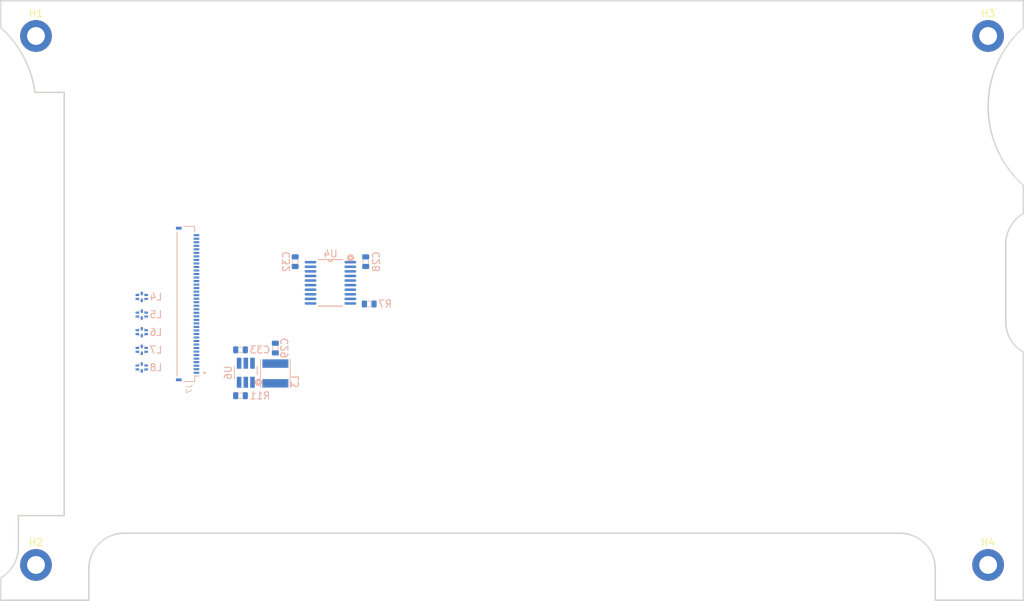
<source format=kicad_pcb>
(kicad_pcb (version 20171130) (host pcbnew "(5.1.9)-1")

  (general
    (thickness 1.6)
    (drawings 23)
    (tracks 0)
    (zones 0)
    (modules 19)
    (nets 60)
  )

  (page A4)
  (layers
    (0 F.Cu signal)
    (31 B.Cu signal)
    (32 B.Adhes user)
    (33 F.Adhes user)
    (34 B.Paste user)
    (35 F.Paste user)
    (36 B.SilkS user)
    (37 F.SilkS user)
    (38 B.Mask user)
    (39 F.Mask user)
    (40 Dwgs.User user)
    (41 Cmts.User user)
    (42 Eco1.User user)
    (43 Eco2.User user)
    (44 Edge.Cuts user)
    (45 Margin user)
    (46 B.CrtYd user)
    (47 F.CrtYd user)
    (48 B.Fab user hide)
    (49 F.Fab user hide)
  )

  (setup
    (last_trace_width 0.25)
    (trace_clearance 0.2)
    (zone_clearance 0.508)
    (zone_45_only no)
    (trace_min 0.2)
    (via_size 0.8)
    (via_drill 0.4)
    (via_min_size 0.4)
    (via_min_drill 0.3)
    (uvia_size 0.3)
    (uvia_drill 0.1)
    (uvias_allowed no)
    (uvia_min_size 0.2)
    (uvia_min_drill 0.1)
    (edge_width 0.05)
    (segment_width 0.2)
    (pcb_text_width 0.3)
    (pcb_text_size 1.5 1.5)
    (mod_edge_width 0.12)
    (mod_text_size 1 1)
    (mod_text_width 0.15)
    (pad_size 1.524 1.524)
    (pad_drill 0.762)
    (pad_to_mask_clearance 0)
    (aux_axis_origin 0 0)
    (visible_elements FFFFFF7F)
    (pcbplotparams
      (layerselection 0x010fc_ffffffff)
      (usegerberextensions false)
      (usegerberattributes true)
      (usegerberadvancedattributes true)
      (creategerberjobfile true)
      (excludeedgelayer true)
      (linewidth 0.100000)
      (plotframeref false)
      (viasonmask false)
      (mode 1)
      (useauxorigin false)
      (hpglpennumber 1)
      (hpglpenspeed 20)
      (hpglpendiameter 15.000000)
      (psnegative false)
      (psa4output false)
      (plotreference true)
      (plotvalue true)
      (plotinvisibletext false)
      (padsonsilk false)
      (subtractmaskfromsilk false)
      (outputformat 1)
      (mirror false)
      (drillshape 1)
      (scaleselection 1)
      (outputdirectory ""))
  )

  (net 0 "")
  (net 1 GND)
  (net 2 VDD_1V8)
  (net 3 VDD_3V3)
  (net 4 /VLED+)
  (net 5 "Net-(H1-Pad1)")
  (net 6 "Net-(H2-Pad1)")
  (net 7 "Net-(H3-Pad1)")
  (net 8 "Net-(H4-Pad1)")
  (net 9 /TS_RESET)
  (net 10 /TS_INT)
  (net 11 "Net-(J7-Pad40)")
  (net 12 "Net-(J7-Pad39)")
  (net 13 "Net-(J7-Pad38)")
  (net 14 "Net-(J7-Pad37)")
  (net 15 "Net-(J7-Pad36)")
  (net 16 "Net-(J7-Pad35)")
  (net 17 "Net-(J7-Pad34)")
  (net 18 "Net-(J7-Pad33)")
  (net 19 "Net-(J7-Pad32)")
  (net 20 "Net-(J7-Pad29)")
  (net 21 "Net-(J7-Pad28)")
  (net 22 /LCD_RESET)
  (net 23 /LCD_TE)
  (net 24 "Net-(J7-Pad25)")
  (net 25 /DISP1_D3_P)
  (net 26 /DISP1_D3_N)
  (net 27 /DISP1_D2_P)
  (net 28 /DISP1_D2_N)
  (net 29 /DISP1_CK_P)
  (net 30 /DISP1_CK_N)
  (net 31 /DISP1_D1_P)
  (net 32 /DISP1_D1_N)
  (net 33 /DISP1_D0_P)
  (net 34 /DISP1_D0_N)
  (net 35 /VLED-)
  (net 36 "Net-(L3-Pad2)")
  (net 37 /DISP_D3_P)
  (net 38 /DISP_D3_N)
  (net 39 /DISP_D2_P)
  (net 40 /DISP_D2_N)
  (net 41 /DISP_CK_P)
  (net 42 /DISP_CK_N)
  (net 43 /DISP_D1_P)
  (net 44 /DISP_D1_N)
  (net 45 /DISP_D0_P)
  (net 46 /DISP_D0_N)
  (net 47 "Net-(R7-Pad2)")
  (net 48 /DRDY_M)
  (net 49 /BL_PWM)
  (net 50 GPIO1[12])
  (net 51 GPIO1[13])
  (net 52 GPIO1[14])
  (net 53 GPIO1[0])
  (net 54 GPIO1[1])
  (net 55 GPIO1[9])
  (net 56 GPIO1[10])
  (net 57 GPIO1[11])
  (net 58 "Net-(U4-Pad14)")
  (net 59 "Net-(U4-Pad12)")

  (net_class Default "This is the default net class."
    (clearance 0.2)
    (trace_width 0.25)
    (via_dia 0.8)
    (via_drill 0.4)
    (uvia_dia 0.3)
    (uvia_drill 0.1)
    (add_net /BL_PWM)
    (add_net /DISP1_CK_N)
    (add_net /DISP1_CK_P)
    (add_net /DISP1_D0_N)
    (add_net /DISP1_D0_P)
    (add_net /DISP1_D1_N)
    (add_net /DISP1_D1_P)
    (add_net /DISP1_D2_N)
    (add_net /DISP1_D2_P)
    (add_net /DISP1_D3_N)
    (add_net /DISP1_D3_P)
    (add_net /DISP_CK_N)
    (add_net /DISP_CK_P)
    (add_net /DISP_D0_N)
    (add_net /DISP_D0_P)
    (add_net /DISP_D1_N)
    (add_net /DISP_D1_P)
    (add_net /DISP_D2_N)
    (add_net /DISP_D2_P)
    (add_net /DISP_D3_N)
    (add_net /DISP_D3_P)
    (add_net /DRDY_M)
    (add_net /LCD_RESET)
    (add_net /LCD_TE)
    (add_net /TS_INT)
    (add_net /TS_RESET)
    (add_net /VLED+)
    (add_net /VLED-)
    (add_net GND)
    (add_net GPIO1[0])
    (add_net GPIO1[10])
    (add_net GPIO1[11])
    (add_net GPIO1[12])
    (add_net GPIO1[13])
    (add_net GPIO1[14])
    (add_net GPIO1[1])
    (add_net GPIO1[9])
    (add_net "Net-(H1-Pad1)")
    (add_net "Net-(H2-Pad1)")
    (add_net "Net-(H3-Pad1)")
    (add_net "Net-(H4-Pad1)")
    (add_net "Net-(J7-Pad25)")
    (add_net "Net-(J7-Pad28)")
    (add_net "Net-(J7-Pad29)")
    (add_net "Net-(J7-Pad32)")
    (add_net "Net-(J7-Pad33)")
    (add_net "Net-(J7-Pad34)")
    (add_net "Net-(J7-Pad35)")
    (add_net "Net-(J7-Pad36)")
    (add_net "Net-(J7-Pad37)")
    (add_net "Net-(J7-Pad38)")
    (add_net "Net-(J7-Pad39)")
    (add_net "Net-(J7-Pad40)")
    (add_net "Net-(L3-Pad2)")
    (add_net "Net-(R7-Pad2)")
    (add_net "Net-(U4-Pad12)")
    (add_net "Net-(U4-Pad14)")
    (add_net VDD_1V8)
    (add_net VDD_3V3)
  )

  (module kimchi_ulid:L_Taiyo-Yuden_MD-4040 (layer B.Cu) (tedit 5990349C) (tstamp 60361E95)
    (at 138.945001 117.850001 270)
    (descr "Inductor, Taiyo Yuden, MD series, Taiyo-Yuden_MD-4040, 4.0mmx4.0mm")
    (tags "inductor taiyo-yuden md smd")
    (path /60357B9B)
    (attr smd)
    (fp_text reference L3 (at 1.149999 -2.804999 90) (layer B.SilkS)
      (effects (font (size 1 1) (thickness 0.15)) (justify mirror))
    )
    (fp_text value TYA4012220M-10 (at 0 -3.5 90) (layer B.Fab)
      (effects (font (size 1 1) (thickness 0.15)) (justify mirror))
    )
    (fp_text user %R (at 0 0 90) (layer B.Fab)
      (effects (font (size 1 1) (thickness 0.15)) (justify mirror))
    )
    (fp_line (start -2 2) (end -2 -2) (layer B.Fab) (width 0.1))
    (fp_line (start -2 -2) (end 2 -2) (layer B.Fab) (width 0.1))
    (fp_line (start 2 -2) (end 2 2) (layer B.Fab) (width 0.1))
    (fp_line (start 2 2) (end -2 2) (layer B.Fab) (width 0.1))
    (fp_line (start -2 2.1) (end 2 2.1) (layer B.SilkS) (width 0.12))
    (fp_line (start -2 -2.1) (end 2 -2.1) (layer B.SilkS) (width 0.12))
    (fp_line (start -2.25 2.25) (end -2.25 -2.25) (layer B.CrtYd) (width 0.05))
    (fp_line (start -2.25 -2.25) (end 2.25 -2.25) (layer B.CrtYd) (width 0.05))
    (fp_line (start 2.25 -2.25) (end 2.25 2.25) (layer B.CrtYd) (width 0.05))
    (fp_line (start 2.25 2.25) (end -2.25 2.25) (layer B.CrtYd) (width 0.05))
    (pad 2 smd rect (at 1.4 0 270) (size 1.2 3.7) (layers B.Cu B.Paste B.Mask)
      (net 36 "Net-(L3-Pad2)"))
    (pad 1 smd rect (at -1.4 0 270) (size 1.2 3.7) (layers B.Cu B.Paste B.Mask)
      (net 3 VDD_3V3))
    (model ${KISYS3DMOD}/Inductor_SMD.3dshapes/L_Taiyo-Yuden_MD-4040.wrl
      (at (xyz 0 0 0))
      (scale (xyz 1 1 1))
      (rotate (xyz 0 0 0))
    )
  )

  (module kimchi_ulid:SOT-23-6_Handsoldering (layer B.Cu) (tedit 5E83F218) (tstamp 60361F94)
    (at 134.75 117.75 90)
    (descr "6-pin SOT-23 package, Handsoldering")
    (tags "SOT-23-6 Handsoldering")
    (path /5FD73956)
    (attr smd)
    (fp_text reference U6 (at 0 -2.5 90) (layer B.SilkS)
      (effects (font (size 1 1) (thickness 0.15)) (justify mirror))
    )
    (fp_text value AP3019AKTR-G1 (at 0 -2.9 90) (layer B.Fab)
      (effects (font (size 1 1) (thickness 0.15)) (justify mirror))
    )
    (fp_text user %R (at 0 0 180) (layer B.Fab)
      (effects (font (size 0.5 0.5) (thickness 0.075)) (justify mirror))
    )
    (fp_line (start 0.9 1.55) (end 0.9 -1.55) (layer B.Fab) (width 0.1))
    (fp_line (start 0.9 -1.55) (end -0.9 -1.55) (layer B.Fab) (width 0.1))
    (fp_line (start -0.9 0.9) (end -0.9 -1.55) (layer B.Fab) (width 0.1))
    (fp_line (start 0.9 1.55) (end -0.25 1.55) (layer B.Fab) (width 0.1))
    (fp_line (start -0.9 0.9) (end -0.25 1.55) (layer B.Fab) (width 0.1))
    (fp_line (start -2.4 1.8) (end 2.4 1.8) (layer B.CrtYd) (width 0.05))
    (fp_line (start 2.4 1.8) (end 2.4 -1.8) (layer B.CrtYd) (width 0.05))
    (fp_line (start 2.4 -1.8) (end -2.4 -1.8) (layer B.CrtYd) (width 0.05))
    (fp_line (start -2.4 -1.8) (end -2.4 1.8) (layer B.CrtYd) (width 0.05))
    (fp_line (start 0.9 1.61) (end -0.3 1.61) (layer B.SilkS) (width 0.12))
    (fp_line (start -0.9 -1.61) (end 0.9 -1.61) (layer B.SilkS) (width 0.12))
    (fp_circle (center -1.35 1.8) (end -1.2 1.85) (layer B.SilkS) (width 0.35))
    (pad 1 smd rect (at -1.35 0.95 90) (size 1.56 0.65) (layers B.Cu B.Paste B.Mask)
      (net 36 "Net-(L3-Pad2)"))
    (pad 2 smd rect (at -1.35 0 90) (size 1.56 0.65) (layers B.Cu B.Paste B.Mask)
      (net 1 GND))
    (pad 3 smd rect (at -1.35 -0.95 90) (size 1.56 0.65) (layers B.Cu B.Paste B.Mask)
      (net 35 /VLED-))
    (pad 4 smd rect (at 1.35 -0.95 90) (size 1.56 0.65) (layers B.Cu B.Paste B.Mask)
      (net 49 /BL_PWM))
    (pad 6 smd rect (at 1.35 0.95 90) (size 1.56 0.65) (layers B.Cu B.Paste B.Mask)
      (net 3 VDD_3V3))
    (pad 5 smd rect (at 1.35 0 90) (size 1.56 0.65) (layers B.Cu B.Paste B.Mask)
      (net 4 /VLED+))
    (model ${KISYS3DMOD}/TO_SOT_Packages_SMD.3dshapes/SOT-23-6.wrl
      (at (xyz 0 0 0))
      (scale (xyz 1 1 1))
      (rotate (xyz 0 0 0))
    )
  )

  (module kimchi_ulid:M2.5HOLE locked (layer F.Cu) (tedit 6035C4E7) (tstamp 6035C819)
    (at 105 145)
    (path /6036D6EC)
    (fp_text reference H2 (at 0 -3.2) (layer F.SilkS)
      (effects (font (size 1 1) (thickness 0.15)))
    )
    (fp_text value M2.5HOLE (at 0 3.3) (layer F.Fab)
      (effects (font (size 1 1) (thickness 0.15)))
    )
    (pad 1 thru_hole circle (at 0 0) (size 4.5 4.5) (drill 2.525) (layers *.Cu *.Mask)
      (net 6 "Net-(H2-Pad1)"))
  )

  (module kimchi_ulid:M2.5HOLE (layer F.Cu) (tedit 6035C4E7) (tstamp 6035C823)
    (at 240 145)
    (path /6036DD39)
    (fp_text reference H4 (at 0 -3.2) (layer F.SilkS)
      (effects (font (size 1 1) (thickness 0.15)))
    )
    (fp_text value M2.5HOLE (at 0 3.3) (layer F.Fab)
      (effects (font (size 1 1) (thickness 0.15)))
    )
    (pad 1 thru_hole circle (at 0 0) (size 4.5 4.5) (drill 2.525) (layers *.Cu *.Mask)
      (net 8 "Net-(H4-Pad1)"))
  )

  (module kimchi_ulid:M2.5HOLE locked (layer F.Cu) (tedit 6035C4E7) (tstamp 6035C81E)
    (at 240 70)
    (path /6036E7B3)
    (fp_text reference H3 (at 0 -3.2) (layer F.SilkS)
      (effects (font (size 1 1) (thickness 0.15)))
    )
    (fp_text value M2.5HOLE (at 0 3.3) (layer F.Fab)
      (effects (font (size 1 1) (thickness 0.15)))
    )
    (pad 1 thru_hole circle (at 0 0) (size 4.5 4.5) (drill 2.525) (layers *.Cu *.Mask)
      (net 7 "Net-(H3-Pad1)"))
  )

  (module kimchi_ulid:M2.5HOLE locked (layer F.Cu) (tedit 6035C4E7) (tstamp 6035C814)
    (at 105 70)
    (path /6036C789)
    (fp_text reference H1 (at 0 -3.2) (layer F.SilkS)
      (effects (font (size 1 1) (thickness 0.15)))
    )
    (fp_text value M2.5HOLE (at 0 3.3) (layer F.Fab)
      (effects (font (size 1 1) (thickness 0.15)))
    )
    (pad 1 thru_hole circle (at 0 0) (size 4.5 4.5) (drill 2.525) (layers *.Cu *.Mask)
      (net 5 "Net-(H1-Pad1)"))
  )

  (module kimchi_ulid:TXS0108EPWR (layer B.Cu) (tedit 60134E32) (tstamp 6035CA5C)
    (at 146.75 105 180)
    (path /5FE2117E)
    (fp_text reference U4 (at 0 4.1) (layer B.SilkS)
      (effects (font (size 1 1) (thickness 0.15)) (justify mirror))
    )
    (fp_text value TXS0108EPW (at 0.05 -4.45) (layer B.Fab)
      (effects (font (size 1 1) (thickness 0.15)) (justify mirror))
    )
    (fp_arc (start 0 3.302) (end 0.3048 3.302) (angle -180) (layer B.Fab) (width 0.1524))
    (fp_arc (start 0 3.302) (end 0.3048 3.302) (angle -180) (layer B.SilkS) (width 0.1524))
    (fp_text user "Copyright 2016 Accelerated Designs. All rights reserved." (at 0 0) (layer Cmts.User)
      (effects (font (size 0.127 0.127) (thickness 0.002)))
    )
    (fp_line (start 3.9116 -3.556) (end -3.9116 -3.556) (layer B.CrtYd) (width 0.1524))
    (fp_line (start 3.9116 3.556) (end 3.9116 -3.556) (layer B.CrtYd) (width 0.1524))
    (fp_line (start -3.9116 3.556) (end 3.9116 3.556) (layer B.CrtYd) (width 0.1524))
    (fp_line (start -3.9116 -3.556) (end -3.9116 3.556) (layer B.CrtYd) (width 0.1524))
    (fp_line (start -2.2479 3.302) (end -2.2479 -3.302) (layer B.Fab) (width 0.1524))
    (fp_line (start 2.2479 3.302) (end -2.2479 3.302) (layer B.Fab) (width 0.1524))
    (fp_line (start 2.2479 -3.302) (end 2.2479 3.302) (layer B.Fab) (width 0.1524))
    (fp_line (start -2.2479 -3.302) (end 2.2479 -3.302) (layer B.Fab) (width 0.1524))
    (fp_line (start 1.714677 3.302) (end -1.714675 3.302) (layer B.SilkS) (width 0.1524))
    (fp_line (start -1.714677 -3.302) (end 1.714675 -3.302) (layer B.SilkS) (width 0.1524))
    (fp_line (start 3.302 3.077399) (end 2.2479 3.077399) (layer B.Fab) (width 0.1524))
    (fp_line (start 3.302 2.772599) (end 3.302 3.077399) (layer B.Fab) (width 0.1524))
    (fp_line (start 2.2479 2.772599) (end 3.302 2.772599) (layer B.Fab) (width 0.1524))
    (fp_line (start 2.2479 3.077399) (end 2.2479 2.772599) (layer B.Fab) (width 0.1524))
    (fp_line (start 3.302 2.427399) (end 2.2479 2.427399) (layer B.Fab) (width 0.1524))
    (fp_line (start 3.302 2.122599) (end 3.302 2.427399) (layer B.Fab) (width 0.1524))
    (fp_line (start 2.2479 2.122599) (end 3.302 2.122599) (layer B.Fab) (width 0.1524))
    (fp_line (start 2.2479 2.427399) (end 2.2479 2.122599) (layer B.Fab) (width 0.1524))
    (fp_line (start 3.302 1.777399) (end 2.2479 1.777399) (layer B.Fab) (width 0.1524))
    (fp_line (start 3.302 1.472599) (end 3.302 1.777399) (layer B.Fab) (width 0.1524))
    (fp_line (start 2.2479 1.472599) (end 3.302 1.472599) (layer B.Fab) (width 0.1524))
    (fp_line (start 2.2479 1.777399) (end 2.2479 1.472599) (layer B.Fab) (width 0.1524))
    (fp_line (start 3.302 1.127399) (end 2.2479 1.127399) (layer B.Fab) (width 0.1524))
    (fp_line (start 3.302 0.822599) (end 3.302 1.127399) (layer B.Fab) (width 0.1524))
    (fp_line (start 2.2479 0.822599) (end 3.302 0.822599) (layer B.Fab) (width 0.1524))
    (fp_line (start 2.2479 1.127399) (end 2.2479 0.822599) (layer B.Fab) (width 0.1524))
    (fp_line (start 3.302 0.477399) (end 2.2479 0.477399) (layer B.Fab) (width 0.1524))
    (fp_line (start 3.302 0.172599) (end 3.302 0.477399) (layer B.Fab) (width 0.1524))
    (fp_line (start 2.2479 0.172599) (end 3.302 0.172599) (layer B.Fab) (width 0.1524))
    (fp_line (start 2.2479 0.477399) (end 2.2479 0.172599) (layer B.Fab) (width 0.1524))
    (fp_line (start 3.302 -0.172601) (end 2.2479 -0.172601) (layer B.Fab) (width 0.1524))
    (fp_line (start 3.302 -0.477401) (end 3.302 -0.172601) (layer B.Fab) (width 0.1524))
    (fp_line (start 2.2479 -0.477401) (end 3.302 -0.477401) (layer B.Fab) (width 0.1524))
    (fp_line (start 2.2479 -0.172601) (end 2.2479 -0.477401) (layer B.Fab) (width 0.1524))
    (fp_line (start 3.302 -0.822601) (end 2.2479 -0.822601) (layer B.Fab) (width 0.1524))
    (fp_line (start 3.302 -1.127401) (end 3.302 -0.822601) (layer B.Fab) (width 0.1524))
    (fp_line (start 2.2479 -1.127401) (end 3.302 -1.127401) (layer B.Fab) (width 0.1524))
    (fp_line (start 2.2479 -0.822601) (end 2.2479 -1.127401) (layer B.Fab) (width 0.1524))
    (fp_line (start 3.302 -1.472601) (end 2.2479 -1.472601) (layer B.Fab) (width 0.1524))
    (fp_line (start 3.302 -1.777401) (end 3.302 -1.472601) (layer B.Fab) (width 0.1524))
    (fp_line (start 2.2479 -1.777401) (end 3.302 -1.777401) (layer B.Fab) (width 0.1524))
    (fp_line (start 2.2479 -1.472601) (end 2.2479 -1.777401) (layer B.Fab) (width 0.1524))
    (fp_line (start 3.302 -2.122601) (end 2.2479 -2.122601) (layer B.Fab) (width 0.1524))
    (fp_line (start 3.302 -2.427401) (end 3.302 -2.122601) (layer B.Fab) (width 0.1524))
    (fp_line (start 2.2479 -2.427401) (end 3.302 -2.427401) (layer B.Fab) (width 0.1524))
    (fp_line (start 2.2479 -2.122601) (end 2.2479 -2.427401) (layer B.Fab) (width 0.1524))
    (fp_line (start 3.302 -2.772601) (end 2.2479 -2.772601) (layer B.Fab) (width 0.1524))
    (fp_line (start 3.302 -3.077401) (end 3.302 -2.772601) (layer B.Fab) (width 0.1524))
    (fp_line (start 2.2479 -3.077401) (end 3.302 -3.077401) (layer B.Fab) (width 0.1524))
    (fp_line (start 2.2479 -2.772601) (end 2.2479 -3.077401) (layer B.Fab) (width 0.1524))
    (fp_line (start -3.302 -3.077399) (end -2.2479 -3.077399) (layer B.Fab) (width 0.1524))
    (fp_line (start -3.302 -2.772599) (end -3.302 -3.077399) (layer B.Fab) (width 0.1524))
    (fp_line (start -2.2479 -2.772599) (end -3.302 -2.772599) (layer B.Fab) (width 0.1524))
    (fp_line (start -2.2479 -3.077399) (end -2.2479 -2.772599) (layer B.Fab) (width 0.1524))
    (fp_line (start -3.302 -2.427399) (end -2.2479 -2.427399) (layer B.Fab) (width 0.1524))
    (fp_line (start -3.302 -2.122599) (end -3.302 -2.427399) (layer B.Fab) (width 0.1524))
    (fp_line (start -2.2479 -2.122599) (end -3.302 -2.122599) (layer B.Fab) (width 0.1524))
    (fp_line (start -2.2479 -2.427399) (end -2.2479 -2.122599) (layer B.Fab) (width 0.1524))
    (fp_line (start -3.302 -1.777399) (end -2.2479 -1.777399) (layer B.Fab) (width 0.1524))
    (fp_line (start -3.302 -1.472599) (end -3.302 -1.777399) (layer B.Fab) (width 0.1524))
    (fp_line (start -2.2479 -1.472599) (end -3.302 -1.472599) (layer B.Fab) (width 0.1524))
    (fp_line (start -2.2479 -1.777399) (end -2.2479 -1.472599) (layer B.Fab) (width 0.1524))
    (fp_line (start -3.302 -1.127399) (end -2.2479 -1.127399) (layer B.Fab) (width 0.1524))
    (fp_line (start -3.302 -0.822599) (end -3.302 -1.127399) (layer B.Fab) (width 0.1524))
    (fp_line (start -2.2479 -0.822599) (end -3.302 -0.822599) (layer B.Fab) (width 0.1524))
    (fp_line (start -2.2479 -1.127399) (end -2.2479 -0.822599) (layer B.Fab) (width 0.1524))
    (fp_line (start -3.302 -0.477399) (end -2.2479 -0.477399) (layer B.Fab) (width 0.1524))
    (fp_line (start -3.302 -0.172599) (end -3.302 -0.477399) (layer B.Fab) (width 0.1524))
    (fp_line (start -2.2479 -0.172599) (end -3.302 -0.172599) (layer B.Fab) (width 0.1524))
    (fp_line (start -2.2479 -0.477399) (end -2.2479 -0.172599) (layer B.Fab) (width 0.1524))
    (fp_line (start -3.302 0.172601) (end -2.2479 0.172601) (layer B.Fab) (width 0.1524))
    (fp_line (start -3.302 0.477401) (end -3.302 0.172601) (layer B.Fab) (width 0.1524))
    (fp_line (start -2.2479 0.477401) (end -3.302 0.477401) (layer B.Fab) (width 0.1524))
    (fp_line (start -2.2479 0.172601) (end -2.2479 0.477401) (layer B.Fab) (width 0.1524))
    (fp_line (start -3.302 0.822601) (end -2.2479 0.822601) (layer B.Fab) (width 0.1524))
    (fp_line (start -3.302 1.127401) (end -3.302 0.822601) (layer B.Fab) (width 0.1524))
    (fp_line (start -2.2479 1.127401) (end -3.302 1.127401) (layer B.Fab) (width 0.1524))
    (fp_line (start -2.2479 0.822601) (end -2.2479 1.127401) (layer B.Fab) (width 0.1524))
    (fp_line (start -3.302 1.472601) (end -2.2479 1.472601) (layer B.Fab) (width 0.1524))
    (fp_line (start -3.302 1.777401) (end -3.302 1.472601) (layer B.Fab) (width 0.1524))
    (fp_line (start -2.2479 1.777401) (end -3.302 1.777401) (layer B.Fab) (width 0.1524))
    (fp_line (start -2.2479 1.472601) (end -2.2479 1.777401) (layer B.Fab) (width 0.1524))
    (fp_line (start -3.302 2.1226) (end -2.2479 2.1226) (layer B.Fab) (width 0.1524))
    (fp_line (start -3.302 2.4274) (end -3.302 2.1226) (layer B.Fab) (width 0.1524))
    (fp_line (start -2.2479 2.4274) (end -3.302 2.4274) (layer B.Fab) (width 0.1524))
    (fp_line (start -2.2479 2.1226) (end -2.2479 2.4274) (layer B.Fab) (width 0.1524))
    (fp_line (start -3.302 2.772601) (end -2.2479 2.772601) (layer B.Fab) (width 0.1524))
    (fp_line (start -3.302 3.077401) (end -3.302 2.772601) (layer B.Fab) (width 0.1524))
    (fp_line (start -2.2479 3.077401) (end -3.302 3.077401) (layer B.Fab) (width 0.1524))
    (fp_line (start -2.2479 2.772601) (end -2.2479 3.077401) (layer B.Fab) (width 0.1524))
    (fp_circle (center -2.85 3.55) (end -2.7 3.55) (layer B.SilkS) (width 0.35))
    (pad 20 smd oval (at 2.8194 2.924998 180) (size 1.6764 0.3556) (layers B.Cu B.Paste B.Mask)
      (net 48 /DRDY_M))
    (pad 19 smd oval (at 2.8194 2.274999 180) (size 1.6764 0.3556) (layers B.Cu B.Paste B.Mask)
      (net 3 VDD_3V3))
    (pad 18 smd oval (at 2.8194 1.624998 180) (size 1.6764 0.3556) (layers B.Cu B.Paste B.Mask)
      (net 9 /TS_RESET))
    (pad 17 smd oval (at 2.8194 0.974999 180) (size 1.6764 0.3556) (layers B.Cu B.Paste B.Mask)
      (net 10 /TS_INT))
    (pad 16 smd oval (at 2.8194 0.324998 180) (size 1.6764 0.3556) (layers B.Cu B.Paste B.Mask)
      (net 22 /LCD_RESET))
    (pad 15 smd oval (at 2.8194 -0.325001 180) (size 1.6764 0.3556) (layers B.Cu B.Paste B.Mask)
      (net 23 /LCD_TE))
    (pad 14 smd oval (at 2.8194 -0.975002 180) (size 1.6764 0.3556) (layers B.Cu B.Paste B.Mask)
      (net 58 "Net-(U4-Pad14)"))
    (pad 13 smd oval (at 2.8194 -1.625001 180) (size 1.6764 0.3556) (layers B.Cu B.Paste B.Mask)
      (net 49 /BL_PWM))
    (pad 12 smd oval (at 2.8194 -2.275002 180) (size 1.6764 0.3556) (layers B.Cu B.Paste B.Mask)
      (net 59 "Net-(U4-Pad12)"))
    (pad 11 smd oval (at 2.8194 -2.925 180) (size 1.6764 0.3556) (layers B.Cu B.Paste B.Mask)
      (net 1 GND))
    (pad 10 smd oval (at -2.8194 -2.924998 180) (size 1.6764 0.3556) (layers B.Cu B.Paste B.Mask)
      (net 47 "Net-(R7-Pad2)"))
    (pad 9 smd oval (at -2.8194 -2.274999 180) (size 1.6764 0.3556) (layers B.Cu B.Paste B.Mask)
      (net 50 GPIO1[12]))
    (pad 8 smd oval (at -2.8194 -1.624998 180) (size 1.6764 0.3556) (layers B.Cu B.Paste B.Mask)
      (net 51 GPIO1[13]))
    (pad 7 smd oval (at -2.8194 -0.974999 180) (size 1.6764 0.3556) (layers B.Cu B.Paste B.Mask)
      (net 52 GPIO1[14]))
    (pad 6 smd oval (at -2.8194 -0.324998 180) (size 1.6764 0.3556) (layers B.Cu B.Paste B.Mask)
      (net 53 GPIO1[0]))
    (pad 5 smd oval (at -2.8194 0.325001 180) (size 1.6764 0.3556) (layers B.Cu B.Paste B.Mask)
      (net 54 GPIO1[1]))
    (pad 4 smd oval (at -2.8194 0.974999 180) (size 1.6764 0.3556) (layers B.Cu B.Paste B.Mask)
      (net 55 GPIO1[9]))
    (pad 3 smd oval (at -2.8194 1.625001 180) (size 1.6764 0.3556) (layers B.Cu B.Paste B.Mask)
      (net 56 GPIO1[10]))
    (pad 2 smd oval (at -2.8194 2.274999 180) (size 1.6764 0.3556) (layers B.Cu B.Paste B.Mask)
      (net 2 VDD_1V8))
    (pad 1 smd oval (at -2.8194 2.925 180) (size 1.6764 0.3556) (layers B.Cu B.Paste B.Mask)
      (net 57 GPIO1[11]))
    (model ${KIPRJMOD}/3D/PW0020A.stp
      (at (xyz 0 0 0))
      (scale (xyz 1 1 1))
      (rotate (xyz 0 0 0))
    )
  )

  (module kimchi_ulid:R0603 (layer B.Cu) (tedit 582AA945) (tstamp 60361F5C)
    (at 134 121)
    (path /6034E458)
    (fp_text reference R11 (at 2.75 0) (layer B.SilkS)
      (effects (font (size 1 1) (thickness 0.15)) (justify mirror))
    )
    (fp_text value RE0603FRE0710RL (at 0 1.524) (layer B.Fab)
      (effects (font (size 1 1) (thickness 0.15)) (justify mirror))
    )
    (fp_line (start 0.8 0.4) (end 0.8 -0.4) (layer Eco1.User) (width 0.05))
    (fp_line (start 0.8 -0.4) (end -0.8 -0.4) (layer Eco1.User) (width 0.05))
    (fp_line (start -0.8 -0.4) (end -0.8 0.4) (layer Eco1.User) (width 0.05))
    (fp_line (start -0.8 0.4) (end 0.8 0.4) (layer Eco1.User) (width 0.05))
    (fp_line (start -1.275 0.7) (end -1.275 -0.7) (layer Dwgs.User) (width 0.05))
    (fp_line (start -1.275 -0.7) (end 1.275 -0.7) (layer Dwgs.User) (width 0.05))
    (fp_line (start 1.275 -0.7) (end 1.275 0.7) (layer Dwgs.User) (width 0.05))
    (fp_line (start 1.275 0.7) (end -1.275 0.7) (layer Dwgs.User) (width 0.05))
    (fp_line (start 0.254 0) (end -0.254 0) (layer Dwgs.User) (width 0.05))
    (fp_line (start 0 0.254) (end 0 -0.254) (layer Dwgs.User) (width 0.05))
    (fp_line (start -0.254 -0.381) (end 0.254 -0.381) (layer B.SilkS) (width 0.1))
    (fp_line (start -0.254 0.381) (end 0.254 0.381) (layer B.SilkS) (width 0.1))
    (pad 2 smd roundrect (at 0.68 0) (size 0.74 1) (layers B.Cu B.Paste B.Mask) (roundrect_rratio 0.25)
      (net 1 GND) (solder_mask_margin 0.102))
    (pad 1 smd roundrect (at -0.68 0) (size 0.74 1) (layers B.Cu B.Paste B.Mask) (roundrect_rratio 0.25)
      (net 35 /VLED-) (solder_mask_margin 0.102))
    (model C:/Users/adam/Documents/GitHub/KiCAD-OnHand-Lib/3D/RES0603.stp
      (at (xyz 0 0 0))
      (scale (xyz 1 1 1))
      (rotate (xyz 0 0 0))
    )
  )

  (module kimchi_ulid:R0603 (layer B.Cu) (tedit 582AA945) (tstamp 6035C99E)
    (at 152.25 108 180)
    (path /604F90BB)
    (fp_text reference R7 (at -2.25 0) (layer B.SilkS)
      (effects (font (size 1 1) (thickness 0.15)) (justify mirror))
    )
    (fp_text value RC0603JR-074K7L (at 0 1.524) (layer B.Fab)
      (effects (font (size 1 1) (thickness 0.15)) (justify mirror))
    )
    (fp_line (start 0.8 0.4) (end 0.8 -0.4) (layer Eco1.User) (width 0.05))
    (fp_line (start 0.8 -0.4) (end -0.8 -0.4) (layer Eco1.User) (width 0.05))
    (fp_line (start -0.8 -0.4) (end -0.8 0.4) (layer Eco1.User) (width 0.05))
    (fp_line (start -0.8 0.4) (end 0.8 0.4) (layer Eco1.User) (width 0.05))
    (fp_line (start -1.275 0.7) (end -1.275 -0.7) (layer Dwgs.User) (width 0.05))
    (fp_line (start -1.275 -0.7) (end 1.275 -0.7) (layer Dwgs.User) (width 0.05))
    (fp_line (start 1.275 -0.7) (end 1.275 0.7) (layer Dwgs.User) (width 0.05))
    (fp_line (start 1.275 0.7) (end -1.275 0.7) (layer Dwgs.User) (width 0.05))
    (fp_line (start 0.254 0) (end -0.254 0) (layer Dwgs.User) (width 0.05))
    (fp_line (start 0 0.254) (end 0 -0.254) (layer Dwgs.User) (width 0.05))
    (fp_line (start -0.254 -0.381) (end 0.254 -0.381) (layer B.SilkS) (width 0.1))
    (fp_line (start -0.254 0.381) (end 0.254 0.381) (layer B.SilkS) (width 0.1))
    (pad 2 smd roundrect (at 0.68 0 180) (size 0.74 1) (layers B.Cu B.Paste B.Mask) (roundrect_rratio 0.25)
      (net 47 "Net-(R7-Pad2)") (solder_mask_margin 0.102))
    (pad 1 smd roundrect (at -0.68 0 180) (size 0.74 1) (layers B.Cu B.Paste B.Mask) (roundrect_rratio 0.25)
      (net 2 VDD_1V8) (solder_mask_margin 0.102))
    (model C:/Users/adam/Documents/GitHub/KiCAD-OnHand-Lib/3D/RES0603.stp
      (at (xyz 0 0 0))
      (scale (xyz 1 1 1))
      (rotate (xyz 0 0 0))
    )
  )

  (module kimchi_ulid:LCFE121002 (layer B.Cu) (tedit 5FE2F646) (tstamp 6035C956)
    (at 120 117 180)
    (descr "CMC 2LN 100MA 90 OHM SMD")
    (tags "Filter 5")
    (path /601398D7)
    (attr smd)
    (fp_text reference L8 (at -2 0) (layer B.SilkS)
      (effects (font (size 1 1) (thickness 0.15)) (justify mirror))
    )
    (fp_text value LCFE121002 (at 0 1.39) (layer B.Fab)
      (effects (font (size 1 1) (thickness 0.15)) (justify mirror))
    )
    (fp_text user %R (at 0 2.7) (layer B.Fab)
      (effects (font (size 1 1) (thickness 0.15)) (justify mirror))
    )
    (fp_line (start -0.45 -0.38) (end -0.45 0.37) (layer B.Fab) (width 0.1))
    (fp_line (start -0.45 0.37) (end 0.45 0.37) (layer B.Fab) (width 0.1))
    (fp_line (start 0.45 0.37) (end 0.45 -0.38) (layer B.Fab) (width 0.1))
    (fp_line (start -1 0.8) (end 1 0.8) (layer B.CrtYd) (width 0.05))
    (fp_line (start 1 0.8) (end 1 -0.8) (layer B.CrtYd) (width 0.05))
    (fp_line (start 1 -0.8) (end -1 -0.8) (layer B.CrtYd) (width 0.05))
    (fp_line (start -0.45 -0.38) (end 0.45 -0.38) (layer B.Fab) (width 0.1))
    (fp_line (start -1 0.8) (end -1 -0.8) (layer B.CrtYd) (width 0.05))
    (fp_line (start 0.25 -0.52) (end 0.5 -0.52) (layer B.SilkS) (width 0.08))
    (fp_line (start -0.25 0.52) (end -0.5 0.52) (layer B.SilkS) (width 0.08))
    (fp_line (start -0.25 -0.52) (end -0.5 -0.52) (layer B.SilkS) (width 0.08))
    (fp_line (start 0.24 0.53) (end 0.49 0.53) (layer B.SilkS) (width 0.08))
    (pad 6 smd rect (at 0 0.49) (size 0.3 0.5) (layers B.Cu B.Paste B.Mask)
      (net 1 GND))
    (pad 1 smd rect (at -0.625 -0.275 90) (size 0.3 0.5) (layers B.Cu B.Paste B.Mask)
      (net 34 /DISP1_D0_N))
    (pad 2 smd rect (at -0.625 0.275 90) (size 0.3 0.5) (layers B.Cu B.Paste B.Mask)
      (net 33 /DISP1_D0_P))
    (pad 3 smd rect (at 0.625 0.275 90) (size 0.3 0.5) (layers B.Cu B.Paste B.Mask)
      (net 45 /DISP_D0_P))
    (pad 4 smd rect (at 0.625 -0.275 90) (size 0.3 0.5) (layers B.Cu B.Paste B.Mask)
      (net 46 /DISP_D0_N))
    (pad 5 smd rect (at 0 -0.49) (size 0.3 0.5) (layers B.Cu B.Paste B.Mask)
      (net 1 GND))
    (model ${KIPRJMOD}/3D/LCFE1210_LTF.step
      (at (xyz 0 0 0))
      (scale (xyz 1 1 1))
      (rotate (xyz 0 0 0))
    )
  )

  (module kimchi_ulid:LCFE121002 (layer B.Cu) (tedit 5FE2F646) (tstamp 6035C93F)
    (at 120 114.5 180)
    (descr "CMC 2LN 100MA 90 OHM SMD")
    (tags "Filter 5")
    (path /60138738)
    (attr smd)
    (fp_text reference L7 (at -2 0) (layer B.SilkS)
      (effects (font (size 1 1) (thickness 0.15)) (justify mirror))
    )
    (fp_text value LCFE121002 (at 0 1.39) (layer B.Fab)
      (effects (font (size 1 1) (thickness 0.15)) (justify mirror))
    )
    (fp_text user %R (at 0 2.7) (layer B.Fab)
      (effects (font (size 1 1) (thickness 0.15)) (justify mirror))
    )
    (fp_line (start -0.45 -0.38) (end -0.45 0.37) (layer B.Fab) (width 0.1))
    (fp_line (start -0.45 0.37) (end 0.45 0.37) (layer B.Fab) (width 0.1))
    (fp_line (start 0.45 0.37) (end 0.45 -0.38) (layer B.Fab) (width 0.1))
    (fp_line (start -1 0.8) (end 1 0.8) (layer B.CrtYd) (width 0.05))
    (fp_line (start 1 0.8) (end 1 -0.8) (layer B.CrtYd) (width 0.05))
    (fp_line (start 1 -0.8) (end -1 -0.8) (layer B.CrtYd) (width 0.05))
    (fp_line (start -0.45 -0.38) (end 0.45 -0.38) (layer B.Fab) (width 0.1))
    (fp_line (start -1 0.8) (end -1 -0.8) (layer B.CrtYd) (width 0.05))
    (fp_line (start 0.25 -0.52) (end 0.5 -0.52) (layer B.SilkS) (width 0.08))
    (fp_line (start -0.25 0.52) (end -0.5 0.52) (layer B.SilkS) (width 0.08))
    (fp_line (start -0.25 -0.52) (end -0.5 -0.52) (layer B.SilkS) (width 0.08))
    (fp_line (start 0.24 0.53) (end 0.49 0.53) (layer B.SilkS) (width 0.08))
    (pad 6 smd rect (at 0 0.49) (size 0.3 0.5) (layers B.Cu B.Paste B.Mask)
      (net 1 GND))
    (pad 1 smd rect (at -0.625 -0.275 90) (size 0.3 0.5) (layers B.Cu B.Paste B.Mask)
      (net 32 /DISP1_D1_N))
    (pad 2 smd rect (at -0.625 0.275 90) (size 0.3 0.5) (layers B.Cu B.Paste B.Mask)
      (net 31 /DISP1_D1_P))
    (pad 3 smd rect (at 0.625 0.275 90) (size 0.3 0.5) (layers B.Cu B.Paste B.Mask)
      (net 43 /DISP_D1_P))
    (pad 4 smd rect (at 0.625 -0.275 90) (size 0.3 0.5) (layers B.Cu B.Paste B.Mask)
      (net 44 /DISP_D1_N))
    (pad 5 smd rect (at 0 -0.49) (size 0.3 0.5) (layers B.Cu B.Paste B.Mask)
      (net 1 GND))
    (model ${KIPRJMOD}/3D/LCFE1210_LTF.step
      (at (xyz 0 0 0))
      (scale (xyz 1 1 1))
      (rotate (xyz 0 0 0))
    )
  )

  (module kimchi_ulid:LCFE121002 (layer B.Cu) (tedit 5FE2F646) (tstamp 6035C928)
    (at 120 112 180)
    (descr "CMC 2LN 100MA 90 OHM SMD")
    (tags "Filter 5")
    (path /60137568)
    (attr smd)
    (fp_text reference L6 (at -2 0) (layer B.SilkS)
      (effects (font (size 1 1) (thickness 0.15)) (justify mirror))
    )
    (fp_text value LCFE121002 (at 0 1.39) (layer B.Fab)
      (effects (font (size 1 1) (thickness 0.15)) (justify mirror))
    )
    (fp_text user %R (at 0 2.7) (layer B.Fab)
      (effects (font (size 1 1) (thickness 0.15)) (justify mirror))
    )
    (fp_line (start -0.45 -0.38) (end -0.45 0.37) (layer B.Fab) (width 0.1))
    (fp_line (start -0.45 0.37) (end 0.45 0.37) (layer B.Fab) (width 0.1))
    (fp_line (start 0.45 0.37) (end 0.45 -0.38) (layer B.Fab) (width 0.1))
    (fp_line (start -1 0.8) (end 1 0.8) (layer B.CrtYd) (width 0.05))
    (fp_line (start 1 0.8) (end 1 -0.8) (layer B.CrtYd) (width 0.05))
    (fp_line (start 1 -0.8) (end -1 -0.8) (layer B.CrtYd) (width 0.05))
    (fp_line (start -0.45 -0.38) (end 0.45 -0.38) (layer B.Fab) (width 0.1))
    (fp_line (start -1 0.8) (end -1 -0.8) (layer B.CrtYd) (width 0.05))
    (fp_line (start 0.25 -0.52) (end 0.5 -0.52) (layer B.SilkS) (width 0.08))
    (fp_line (start -0.25 0.52) (end -0.5 0.52) (layer B.SilkS) (width 0.08))
    (fp_line (start -0.25 -0.52) (end -0.5 -0.52) (layer B.SilkS) (width 0.08))
    (fp_line (start 0.24 0.53) (end 0.49 0.53) (layer B.SilkS) (width 0.08))
    (pad 6 smd rect (at 0 0.49) (size 0.3 0.5) (layers B.Cu B.Paste B.Mask)
      (net 1 GND))
    (pad 1 smd rect (at -0.625 -0.275 90) (size 0.3 0.5) (layers B.Cu B.Paste B.Mask)
      (net 30 /DISP1_CK_N))
    (pad 2 smd rect (at -0.625 0.275 90) (size 0.3 0.5) (layers B.Cu B.Paste B.Mask)
      (net 29 /DISP1_CK_P))
    (pad 3 smd rect (at 0.625 0.275 90) (size 0.3 0.5) (layers B.Cu B.Paste B.Mask)
      (net 41 /DISP_CK_P))
    (pad 4 smd rect (at 0.625 -0.275 90) (size 0.3 0.5) (layers B.Cu B.Paste B.Mask)
      (net 42 /DISP_CK_N))
    (pad 5 smd rect (at 0 -0.49) (size 0.3 0.5) (layers B.Cu B.Paste B.Mask)
      (net 1 GND))
    (model ${KIPRJMOD}/3D/LCFE1210_LTF.step
      (at (xyz 0 0 0))
      (scale (xyz 1 1 1))
      (rotate (xyz 0 0 0))
    )
  )

  (module kimchi_ulid:LCFE121002 (layer B.Cu) (tedit 5FE2F646) (tstamp 6035C911)
    (at 120 109.5 180)
    (descr "CMC 2LN 100MA 90 OHM SMD")
    (tags "Filter 5")
    (path /601362B3)
    (attr smd)
    (fp_text reference L5 (at -2 0) (layer B.SilkS)
      (effects (font (size 1 1) (thickness 0.15)) (justify mirror))
    )
    (fp_text value LCFE121002 (at 0 1.39) (layer B.Fab)
      (effects (font (size 1 1) (thickness 0.15)) (justify mirror))
    )
    (fp_text user %R (at 0 2.7) (layer B.Fab)
      (effects (font (size 1 1) (thickness 0.15)) (justify mirror))
    )
    (fp_line (start -0.45 -0.38) (end -0.45 0.37) (layer B.Fab) (width 0.1))
    (fp_line (start -0.45 0.37) (end 0.45 0.37) (layer B.Fab) (width 0.1))
    (fp_line (start 0.45 0.37) (end 0.45 -0.38) (layer B.Fab) (width 0.1))
    (fp_line (start -1 0.8) (end 1 0.8) (layer B.CrtYd) (width 0.05))
    (fp_line (start 1 0.8) (end 1 -0.8) (layer B.CrtYd) (width 0.05))
    (fp_line (start 1 -0.8) (end -1 -0.8) (layer B.CrtYd) (width 0.05))
    (fp_line (start -0.45 -0.38) (end 0.45 -0.38) (layer B.Fab) (width 0.1))
    (fp_line (start -1 0.8) (end -1 -0.8) (layer B.CrtYd) (width 0.05))
    (fp_line (start 0.25 -0.52) (end 0.5 -0.52) (layer B.SilkS) (width 0.08))
    (fp_line (start -0.25 0.52) (end -0.5 0.52) (layer B.SilkS) (width 0.08))
    (fp_line (start -0.25 -0.52) (end -0.5 -0.52) (layer B.SilkS) (width 0.08))
    (fp_line (start 0.24 0.53) (end 0.49 0.53) (layer B.SilkS) (width 0.08))
    (pad 6 smd rect (at 0 0.49) (size 0.3 0.5) (layers B.Cu B.Paste B.Mask)
      (net 1 GND))
    (pad 1 smd rect (at -0.625 -0.275 90) (size 0.3 0.5) (layers B.Cu B.Paste B.Mask)
      (net 28 /DISP1_D2_N))
    (pad 2 smd rect (at -0.625 0.275 90) (size 0.3 0.5) (layers B.Cu B.Paste B.Mask)
      (net 27 /DISP1_D2_P))
    (pad 3 smd rect (at 0.625 0.275 90) (size 0.3 0.5) (layers B.Cu B.Paste B.Mask)
      (net 39 /DISP_D2_P))
    (pad 4 smd rect (at 0.625 -0.275 90) (size 0.3 0.5) (layers B.Cu B.Paste B.Mask)
      (net 40 /DISP_D2_N))
    (pad 5 smd rect (at 0 -0.49) (size 0.3 0.5) (layers B.Cu B.Paste B.Mask)
      (net 1 GND))
    (model ${KIPRJMOD}/3D/LCFE1210_LTF.step
      (at (xyz 0 0 0))
      (scale (xyz 1 1 1))
      (rotate (xyz 0 0 0))
    )
  )

  (module kimchi_ulid:LCFE121002 (layer B.Cu) (tedit 5FE2F646) (tstamp 6035C8FA)
    (at 120 107 180)
    (descr "CMC 2LN 100MA 90 OHM SMD")
    (tags "Filter 5")
    (path /6012EE36)
    (attr smd)
    (fp_text reference L4 (at -2 0) (layer B.SilkS)
      (effects (font (size 1 1) (thickness 0.15)) (justify mirror))
    )
    (fp_text value LCFE121002 (at 0 1.39) (layer B.Fab)
      (effects (font (size 1 1) (thickness 0.15)) (justify mirror))
    )
    (fp_text user %R (at 0 2.7) (layer B.Fab)
      (effects (font (size 1 1) (thickness 0.15)) (justify mirror))
    )
    (fp_line (start -0.45 -0.38) (end -0.45 0.37) (layer B.Fab) (width 0.1))
    (fp_line (start -0.45 0.37) (end 0.45 0.37) (layer B.Fab) (width 0.1))
    (fp_line (start 0.45 0.37) (end 0.45 -0.38) (layer B.Fab) (width 0.1))
    (fp_line (start -1 0.8) (end 1 0.8) (layer B.CrtYd) (width 0.05))
    (fp_line (start 1 0.8) (end 1 -0.8) (layer B.CrtYd) (width 0.05))
    (fp_line (start 1 -0.8) (end -1 -0.8) (layer B.CrtYd) (width 0.05))
    (fp_line (start -0.45 -0.38) (end 0.45 -0.38) (layer B.Fab) (width 0.1))
    (fp_line (start -1 0.8) (end -1 -0.8) (layer B.CrtYd) (width 0.05))
    (fp_line (start 0.25 -0.52) (end 0.5 -0.52) (layer B.SilkS) (width 0.08))
    (fp_line (start -0.25 0.52) (end -0.5 0.52) (layer B.SilkS) (width 0.08))
    (fp_line (start -0.25 -0.52) (end -0.5 -0.52) (layer B.SilkS) (width 0.08))
    (fp_line (start 0.24 0.53) (end 0.49 0.53) (layer B.SilkS) (width 0.08))
    (pad 6 smd rect (at 0 0.49) (size 0.3 0.5) (layers B.Cu B.Paste B.Mask)
      (net 1 GND))
    (pad 1 smd rect (at -0.625 -0.275 90) (size 0.3 0.5) (layers B.Cu B.Paste B.Mask)
      (net 26 /DISP1_D3_N))
    (pad 2 smd rect (at -0.625 0.275 90) (size 0.3 0.5) (layers B.Cu B.Paste B.Mask)
      (net 25 /DISP1_D3_P))
    (pad 3 smd rect (at 0.625 0.275 90) (size 0.3 0.5) (layers B.Cu B.Paste B.Mask)
      (net 37 /DISP_D3_P))
    (pad 4 smd rect (at 0.625 -0.275 90) (size 0.3 0.5) (layers B.Cu B.Paste B.Mask)
      (net 38 /DISP_D3_N))
    (pad 5 smd rect (at 0 -0.49) (size 0.3 0.5) (layers B.Cu B.Paste B.Mask)
      (net 1 GND))
    (model ${KIPRJMOD}/3D/LCFE1210_LTF.step
      (at (xyz 0 0 0))
      (scale (xyz 1 1 1))
      (rotate (xyz 0 0 0))
    )
  )

  (module kimchi_ulid:HRS_FH19C-40S-0.5SH_1x40-1MP_P0.50mm (layer B.Cu) (tedit 5FD72D2F) (tstamp 6035C8D1)
    (at 126.5 108 90)
    (path /5FD943A8)
    (fp_text reference J7 (at -12 0.25 -90) (layer B.SilkS)
      (effects (font (size 0.8 0.8) (thickness 0.1)) (justify mirror))
    )
    (fp_text value "FH19C-40S-0.5SH(10)" (at 0.384 -2.492 -90) (layer B.Fab)
      (effects (font (size 0.8 0.8) (thickness 0.1)) (justify mirror))
    )
    (fp_line (start -11 -1.5) (end -11 1) (layer B.Fab) (width 0.127))
    (fp_line (start -11 1) (end 11 1) (layer B.Fab) (width 0.127))
    (fp_line (start 11 1) (end 11 -1.5) (layer B.Fab) (width 0.127))
    (fp_line (start 11 -1.5) (end -11 -1.5) (layer B.Fab) (width 0.127))
    (fp_poly (pts (xy -9.875 1.65) (xy -9.625 1.65) (xy -9.625 0.85) (xy -9.875 0.85)) (layer B.Paste) (width 0.01))
    (fp_poly (pts (xy -9.375 1.65) (xy -9.125 1.65) (xy -9.125 0.85) (xy -9.375 0.85)) (layer B.Paste) (width 0.01))
    (fp_poly (pts (xy -8.875 1.65) (xy -8.625 1.65) (xy -8.625 0.85) (xy -8.875 0.85)) (layer B.Paste) (width 0.01))
    (fp_poly (pts (xy -8.375 1.65) (xy -8.125 1.65) (xy -8.125 0.85) (xy -8.375 0.85)) (layer B.Paste) (width 0.01))
    (fp_poly (pts (xy -7.875 1.65) (xy -7.625 1.65) (xy -7.625 0.85) (xy -7.875 0.85)) (layer B.Paste) (width 0.01))
    (fp_poly (pts (xy -7.375 1.65) (xy -7.125 1.65) (xy -7.125 0.85) (xy -7.375 0.85)) (layer B.Paste) (width 0.01))
    (fp_poly (pts (xy -6.875 1.65) (xy -6.625 1.65) (xy -6.625 0.85) (xy -6.875 0.85)) (layer B.Paste) (width 0.01))
    (fp_poly (pts (xy -6.375 1.65) (xy -6.125 1.65) (xy -6.125 0.85) (xy -6.375 0.85)) (layer B.Paste) (width 0.01))
    (fp_poly (pts (xy -5.875 1.65) (xy -5.625 1.65) (xy -5.625 0.85) (xy -5.875 0.85)) (layer B.Paste) (width 0.01))
    (fp_poly (pts (xy -5.375 1.65) (xy -5.125 1.65) (xy -5.125 0.85) (xy -5.375 0.85)) (layer B.Paste) (width 0.01))
    (fp_poly (pts (xy -4.875 1.65) (xy -4.625 1.65) (xy -4.625 0.85) (xy -4.875 0.85)) (layer B.Paste) (width 0.01))
    (fp_poly (pts (xy -4.375 1.65) (xy -4.125 1.65) (xy -4.125 0.85) (xy -4.375 0.85)) (layer B.Paste) (width 0.01))
    (fp_poly (pts (xy -3.875 1.65) (xy -3.625 1.65) (xy -3.625 0.85) (xy -3.875 0.85)) (layer B.Paste) (width 0.01))
    (fp_poly (pts (xy -3.375 1.65) (xy -3.125 1.65) (xy -3.125 0.85) (xy -3.375 0.85)) (layer B.Paste) (width 0.01))
    (fp_poly (pts (xy -2.875 1.65) (xy -2.625 1.65) (xy -2.625 0.85) (xy -2.875 0.85)) (layer B.Paste) (width 0.01))
    (fp_poly (pts (xy -2.375 1.65) (xy -2.125 1.65) (xy -2.125 0.85) (xy -2.375 0.85)) (layer B.Paste) (width 0.01))
    (fp_poly (pts (xy -1.875 1.65) (xy -1.625 1.65) (xy -1.625 0.85) (xy -1.875 0.85)) (layer B.Paste) (width 0.01))
    (fp_poly (pts (xy -1.375 1.65) (xy -1.125 1.65) (xy -1.125 0.85) (xy -1.375 0.85)) (layer B.Paste) (width 0.01))
    (fp_poly (pts (xy -0.875 1.65) (xy -0.625 1.65) (xy -0.625 0.85) (xy -0.875 0.85)) (layer B.Paste) (width 0.01))
    (fp_poly (pts (xy -0.375 1.65) (xy -0.125 1.65) (xy -0.125 0.85) (xy -0.375 0.85)) (layer B.Paste) (width 0.01))
    (fp_poly (pts (xy 0.125 1.65) (xy 0.375 1.65) (xy 0.375 0.85) (xy 0.125 0.85)) (layer B.Paste) (width 0.01))
    (fp_poly (pts (xy 0.625 1.65) (xy 0.875 1.65) (xy 0.875 0.85) (xy 0.625 0.85)) (layer B.Paste) (width 0.01))
    (fp_poly (pts (xy 1.125 1.65) (xy 1.375 1.65) (xy 1.375 0.85) (xy 1.125 0.85)) (layer B.Paste) (width 0.01))
    (fp_poly (pts (xy 1.625 1.65) (xy 1.875 1.65) (xy 1.875 0.85) (xy 1.625 0.85)) (layer B.Paste) (width 0.01))
    (fp_poly (pts (xy 2.125 1.65) (xy 2.375 1.65) (xy 2.375 0.85) (xy 2.125 0.85)) (layer B.Paste) (width 0.01))
    (fp_poly (pts (xy 2.625 1.65) (xy 2.875 1.65) (xy 2.875 0.85) (xy 2.625 0.85)) (layer B.Paste) (width 0.01))
    (fp_poly (pts (xy 3.125 1.65) (xy 3.375 1.65) (xy 3.375 0.85) (xy 3.125 0.85)) (layer B.Paste) (width 0.01))
    (fp_poly (pts (xy 3.625 1.65) (xy 3.875 1.65) (xy 3.875 0.85) (xy 3.625 0.85)) (layer B.Paste) (width 0.01))
    (fp_poly (pts (xy 4.125 1.65) (xy 4.375 1.65) (xy 4.375 0.85) (xy 4.125 0.85)) (layer B.Paste) (width 0.01))
    (fp_poly (pts (xy 4.625 1.65) (xy 4.875 1.65) (xy 4.875 0.85) (xy 4.625 0.85)) (layer B.Paste) (width 0.01))
    (fp_poly (pts (xy 5.125 1.65) (xy 5.375 1.65) (xy 5.375 0.85) (xy 5.125 0.85)) (layer B.Paste) (width 0.01))
    (fp_poly (pts (xy 5.625 1.65) (xy 5.875 1.65) (xy 5.875 0.85) (xy 5.625 0.85)) (layer B.Paste) (width 0.01))
    (fp_poly (pts (xy 6.125 1.65) (xy 6.375 1.65) (xy 6.375 0.85) (xy 6.125 0.85)) (layer B.Paste) (width 0.01))
    (fp_poly (pts (xy 6.625 1.65) (xy 6.875 1.65) (xy 6.875 0.85) (xy 6.625 0.85)) (layer B.Paste) (width 0.01))
    (fp_poly (pts (xy 7.125 1.65) (xy 7.375 1.65) (xy 7.375 0.85) (xy 7.125 0.85)) (layer B.Paste) (width 0.01))
    (fp_poly (pts (xy 7.625 1.65) (xy 7.875 1.65) (xy 7.875 0.85) (xy 7.625 0.85)) (layer B.Paste) (width 0.01))
    (fp_poly (pts (xy 8.125 1.65) (xy 8.375 1.65) (xy 8.375 0.85) (xy 8.125 0.85)) (layer B.Paste) (width 0.01))
    (fp_poly (pts (xy 8.625 1.65) (xy 8.875 1.65) (xy 8.875 0.85) (xy 8.625 0.85)) (layer B.Paste) (width 0.01))
    (fp_poly (pts (xy 9.125 1.65) (xy 9.375 1.65) (xy 9.375 0.85) (xy 9.125 0.85)) (layer B.Paste) (width 0.01))
    (fp_poly (pts (xy 9.625 1.65) (xy 9.875 1.65) (xy 9.875 0.85) (xy 9.625 0.85)) (layer B.Paste) (width 0.01))
    (fp_line (start -10.21 1) (end -11 1) (layer B.SilkS) (width 0.127))
    (fp_line (start -11 1) (end -11 -0.53) (layer B.SilkS) (width 0.127))
    (fp_line (start 10.21 1) (end 11 1) (layer B.SilkS) (width 0.127))
    (fp_line (start 11 1) (end 11 -0.53) (layer B.SilkS) (width 0.127))
    (fp_line (start -11.25 -1.9) (end -11.25 1.9) (layer B.CrtYd) (width 0.05))
    (fp_line (start -11.25 1.9) (end 11.25 1.9) (layer B.CrtYd) (width 0.05))
    (fp_line (start 11.25 1.9) (end 11.25 -1.9) (layer B.CrtYd) (width 0.05))
    (fp_line (start 11.25 -1.9) (end -11.25 -1.9) (layer B.CrtYd) (width 0.05))
    (fp_line (start -10.23 -1.5) (end 10.23 -1.5) (layer B.SilkS) (width 0.127))
    (fp_circle (center -9.75 2.4) (end -9.65 2.4) (layer B.SilkS) (width 0.2))
    (fp_circle (center -9.75 2.4) (end -9.65 2.4) (layer B.Fab) (width 0.2))
    (fp_line (start -10.21 1) (end -10.21 1.61) (layer B.SilkS) (width 0.127))
    (pad 40 smd rect (at 9.75 1.25 90) (size 0.3 0.8) (layers B.Cu B.Mask)
      (net 11 "Net-(J7-Pad40)"))
    (pad 39 smd rect (at 9.25 1.25 90) (size 0.3 0.8) (layers B.Cu B.Mask)
      (net 12 "Net-(J7-Pad39)"))
    (pad 38 smd rect (at 8.75 1.25 90) (size 0.3 0.8) (layers B.Cu B.Mask)
      (net 13 "Net-(J7-Pad38)"))
    (pad 37 smd rect (at 8.25 1.25 90) (size 0.3 0.8) (layers B.Cu B.Mask)
      (net 14 "Net-(J7-Pad37)"))
    (pad 36 smd rect (at 7.75 1.25 90) (size 0.3 0.8) (layers B.Cu B.Mask)
      (net 15 "Net-(J7-Pad36)"))
    (pad 35 smd rect (at 7.25 1.25 90) (size 0.3 0.8) (layers B.Cu B.Mask)
      (net 16 "Net-(J7-Pad35)"))
    (pad 34 smd rect (at 6.75 1.25 90) (size 0.3 0.8) (layers B.Cu B.Mask)
      (net 17 "Net-(J7-Pad34)"))
    (pad 33 smd rect (at 6.25 1.25 90) (size 0.3 0.8) (layers B.Cu B.Mask)
      (net 18 "Net-(J7-Pad33)"))
    (pad 32 smd rect (at 5.75 1.25 90) (size 0.3 0.8) (layers B.Cu B.Mask)
      (net 19 "Net-(J7-Pad32)"))
    (pad 31 smd rect (at 5.25 1.25 90) (size 0.3 0.8) (layers B.Cu B.Mask)
      (net 3 VDD_3V3))
    (pad 30 smd rect (at 4.75 1.25 90) (size 0.3 0.8) (layers B.Cu B.Mask)
      (net 3 VDD_3V3))
    (pad 29 smd rect (at 4.25 1.25 90) (size 0.3 0.8) (layers B.Cu B.Mask)
      (net 20 "Net-(J7-Pad29)"))
    (pad 28 smd rect (at 3.75 1.25 90) (size 0.3 0.8) (layers B.Cu B.Mask)
      (net 21 "Net-(J7-Pad28)"))
    (pad 27 smd rect (at 3.25 1.25 90) (size 0.3 0.8) (layers B.Cu B.Mask)
      (net 22 /LCD_RESET))
    (pad 26 smd rect (at 2.75 1.25 90) (size 0.3 0.8) (layers B.Cu B.Mask)
      (net 23 /LCD_TE))
    (pad 25 smd rect (at 2.25 1.25 90) (size 0.3 0.8) (layers B.Cu B.Mask)
      (net 24 "Net-(J7-Pad25)"))
    (pad 24 smd rect (at 1.75 1.25 90) (size 0.3 0.8) (layers B.Cu B.Mask)
      (net 1 GND))
    (pad 23 smd rect (at 1.25 1.25 90) (size 0.3 0.8) (layers B.Cu B.Mask)
      (net 1 GND))
    (pad 22 smd rect (at 0.75 1.25 90) (size 0.3 0.8) (layers B.Cu B.Mask)
      (net 3 VDD_3V3))
    (pad 21 smd rect (at 0.25 1.25 90) (size 0.3 0.8) (layers B.Cu B.Mask)
      (net 3 VDD_3V3))
    (pad 20 smd rect (at -0.25 1.25 90) (size 0.3 0.8) (layers B.Cu B.Mask)
      (net 1 GND))
    (pad 19 smd rect (at -0.75 1.25 90) (size 0.3 0.8) (layers B.Cu B.Mask)
      (net 25 /DISP1_D3_P))
    (pad 18 smd rect (at -1.25 1.25 90) (size 0.3 0.8) (layers B.Cu B.Mask)
      (net 26 /DISP1_D3_N))
    (pad 17 smd rect (at -1.75 1.25 90) (size 0.3 0.8) (layers B.Cu B.Mask)
      (net 1 GND))
    (pad 16 smd rect (at -2.25 1.25 90) (size 0.3 0.8) (layers B.Cu B.Mask)
      (net 27 /DISP1_D2_P))
    (pad 15 smd rect (at -2.75 1.25 90) (size 0.3 0.8) (layers B.Cu B.Mask)
      (net 28 /DISP1_D2_N))
    (pad 14 smd rect (at -3.25 1.25 90) (size 0.3 0.8) (layers B.Cu B.Mask)
      (net 1 GND))
    (pad 13 smd rect (at -3.75 1.25 90) (size 0.3 0.8) (layers B.Cu B.Mask)
      (net 29 /DISP1_CK_P))
    (pad 12 smd rect (at -4.25 1.25 90) (size 0.3 0.8) (layers B.Cu B.Mask)
      (net 30 /DISP1_CK_N))
    (pad 11 smd rect (at -4.75 1.25 90) (size 0.3 0.8) (layers B.Cu B.Mask)
      (net 1 GND))
    (pad 10 smd rect (at -5.25 1.25 90) (size 0.3 0.8) (layers B.Cu B.Mask)
      (net 31 /DISP1_D1_P))
    (pad 9 smd rect (at -5.75 1.25 90) (size 0.3 0.8) (layers B.Cu B.Mask)
      (net 32 /DISP1_D1_N))
    (pad 8 smd rect (at -6.25 1.25 90) (size 0.3 0.8) (layers B.Cu B.Mask)
      (net 1 GND))
    (pad 7 smd rect (at -6.75 1.25 90) (size 0.3 0.8) (layers B.Cu B.Mask)
      (net 33 /DISP1_D0_P))
    (pad 6 smd rect (at -7.25 1.25 90) (size 0.3 0.8) (layers B.Cu B.Mask)
      (net 34 /DISP1_D0_N))
    (pad 5 smd rect (at -7.75 1.25 90) (size 0.3 0.8) (layers B.Cu B.Mask)
      (net 1 GND))
    (pad 4 smd rect (at -8.25 1.25 90) (size 0.3 0.8) (layers B.Cu B.Mask)
      (net 1 GND))
    (pad 3 smd rect (at -8.75 1.25 90) (size 0.3 0.8) (layers B.Cu B.Mask)
      (net 4 /VLED+))
    (pad 2 smd rect (at -9.25 1.25 90) (size 0.3 0.8) (layers B.Cu B.Mask)
      (net 35 /VLED-))
    (pad MP smd rect (at 10.75 -1.25 90) (size 0.4 0.8) (layers B.Cu B.Paste B.Mask)
      (net 1 GND))
    (pad MP smd rect (at -10.75 -1.25 90) (size 0.4 0.8) (layers B.Cu B.Paste B.Mask)
      (net 1 GND))
    (pad 1 smd rect (at -9.75 1.25 90) (size 0.3 0.8) (layers B.Cu B.Mask)
      (net 35 /VLED-))
  )

  (module kimchi_ulid:C0603 (layer B.Cu) (tedit 5816DE68) (tstamp 60361ECE)
    (at 134 114.5 180)
    (path /60437E43)
    (fp_text reference C33 (at -2.75 0) (layer B.SilkS)
      (effects (font (size 1 1) (thickness 0.15)) (justify mirror))
    )
    (fp_text value CGA3E3X7R1H224K080AB (at 0 1.397) (layer B.Fab) hide
      (effects (font (size 1 1) (thickness 0.15)) (justify mirror))
    )
    (fp_line (start -0.8 0.4) (end -0.8 -0.4) (layer Eco1.User) (width 0.05))
    (fp_line (start -0.8 -0.4) (end 0.8 -0.4) (layer Eco1.User) (width 0.05))
    (fp_line (start 0.8 -0.4) (end 0.8 0.4) (layer Eco1.User) (width 0.05))
    (fp_line (start 0.8 0.4) (end -0.8 0.4) (layer Eco1.User) (width 0.05))
    (fp_line (start -0.125 0.254) (end -0.125 -0.254) (layer B.Mask) (width 0.05))
    (fp_line (start -0.125 -0.254) (end 0.125 -0.254) (layer B.Mask) (width 0.05))
    (fp_line (start 0.125 -0.254) (end 0.125 0.254) (layer B.Mask) (width 0.05))
    (fp_line (start 0.125 0.254) (end -0.125 0.254) (layer B.Mask) (width 0.05))
    (fp_line (start 0.127 0) (end -0.127 0) (layer Dwgs.User) (width 0.05))
    (fp_line (start 0 0.127) (end 0 -0.127) (layer Dwgs.User) (width 0.05))
    (fp_line (start 1.275 0.7) (end 1.275 -0.7) (layer Dwgs.User) (width 0.05))
    (fp_line (start -1.275 0.7) (end -1.275 -0.7) (layer Dwgs.User) (width 0.05))
    (fp_line (start -1.275 -0.7) (end 1.275 -0.7) (layer Dwgs.User) (width 0.05))
    (fp_line (start -1.275 0.7) (end 1.275 0.7) (layer Dwgs.User) (width 0.05))
    (fp_line (start -0.254 -0.381) (end 0.254 -0.381) (layer B.SilkS) (width 0.1))
    (fp_line (start -0.254 0.381) (end 0.254 0.381) (layer B.SilkS) (width 0.1))
    (fp_line (start 0.075 -0.254) (end 0.075 0.254) (layer B.Mask) (width 0.05))
    (fp_line (start 0.025 -0.254) (end 0.025 0.254) (layer B.Mask) (width 0.05))
    (fp_line (start -0.025 -0.254) (end -0.025 0.254) (layer B.Mask) (width 0.05))
    (fp_line (start -0.075 -0.254) (end -0.075 0.254) (layer B.Mask) (width 0.05))
    (pad 2 smd roundrect (at 0.68 0 180) (size 0.74 1) (layers B.Cu B.Paste B.Mask) (roundrect_rratio 0.25)
      (net 1 GND) (solder_mask_margin 0.102))
    (pad 1 smd roundrect (at -0.68 0 180) (size 0.74 1) (layers B.Cu B.Paste B.Mask) (roundrect_rratio 0.25)
      (net 4 /VLED+) (solder_mask_margin 0.102))
    (model C:/Users/adam/Documents/GitHub/footprints/3D/STEP/CAPC-0603-T0.9-BN.stp
      (at (xyz 0 0 0))
      (scale (xyz 1 1 1))
      (rotate (xyz 0 0 0))
    )
  )

  (module kimchi_ulid:C0603 (layer B.Cu) (tedit 5816DE68) (tstamp 6035C7C9)
    (at 141.75 102 90)
    (path /60352E4F)
    (fp_text reference C32 (at 0 -1.25 90) (layer B.SilkS)
      (effects (font (size 1 1) (thickness 0.15)) (justify mirror))
    )
    (fp_text value C0603C105K4PAC7411 (at 0 1.397 90) (layer B.Fab) hide
      (effects (font (size 1 1) (thickness 0.15)) (justify mirror))
    )
    (fp_line (start -0.8 0.4) (end -0.8 -0.4) (layer Eco1.User) (width 0.05))
    (fp_line (start -0.8 -0.4) (end 0.8 -0.4) (layer Eco1.User) (width 0.05))
    (fp_line (start 0.8 -0.4) (end 0.8 0.4) (layer Eco1.User) (width 0.05))
    (fp_line (start 0.8 0.4) (end -0.8 0.4) (layer Eco1.User) (width 0.05))
    (fp_line (start -0.125 0.254) (end -0.125 -0.254) (layer B.Mask) (width 0.05))
    (fp_line (start -0.125 -0.254) (end 0.125 -0.254) (layer B.Mask) (width 0.05))
    (fp_line (start 0.125 -0.254) (end 0.125 0.254) (layer B.Mask) (width 0.05))
    (fp_line (start 0.125 0.254) (end -0.125 0.254) (layer B.Mask) (width 0.05))
    (fp_line (start 0.127 0) (end -0.127 0) (layer Dwgs.User) (width 0.05))
    (fp_line (start 0 0.127) (end 0 -0.127) (layer Dwgs.User) (width 0.05))
    (fp_line (start 1.275 0.7) (end 1.275 -0.7) (layer Dwgs.User) (width 0.05))
    (fp_line (start -1.275 0.7) (end -1.275 -0.7) (layer Dwgs.User) (width 0.05))
    (fp_line (start -1.275 -0.7) (end 1.275 -0.7) (layer Dwgs.User) (width 0.05))
    (fp_line (start -1.275 0.7) (end 1.275 0.7) (layer Dwgs.User) (width 0.05))
    (fp_line (start -0.254 -0.381) (end 0.254 -0.381) (layer B.SilkS) (width 0.1))
    (fp_line (start -0.254 0.381) (end 0.254 0.381) (layer B.SilkS) (width 0.1))
    (fp_line (start 0.075 -0.254) (end 0.075 0.254) (layer B.Mask) (width 0.05))
    (fp_line (start 0.025 -0.254) (end 0.025 0.254) (layer B.Mask) (width 0.05))
    (fp_line (start -0.025 -0.254) (end -0.025 0.254) (layer B.Mask) (width 0.05))
    (fp_line (start -0.075 -0.254) (end -0.075 0.254) (layer B.Mask) (width 0.05))
    (pad 2 smd roundrect (at 0.68 0 90) (size 0.74 1) (layers B.Cu B.Paste B.Mask) (roundrect_rratio 0.25)
      (net 1 GND) (solder_mask_margin 0.102))
    (pad 1 smd roundrect (at -0.68 0 90) (size 0.74 1) (layers B.Cu B.Paste B.Mask) (roundrect_rratio 0.25)
      (net 3 VDD_3V3) (solder_mask_margin 0.102))
    (model C:/Users/adam/Documents/GitHub/footprints/3D/STEP/CAPC-0603-T0.9-BN.stp
      (at (xyz 0 0 0))
      (scale (xyz 1 1 1))
      (rotate (xyz 0 0 0))
    )
  )

  (module kimchi_ulid:C0603 (layer B.Cu) (tedit 5816DE68) (tstamp 60361F19)
    (at 138.945001 114.25 90)
    (path /6047AFEA)
    (fp_text reference C29 (at 0 1.304999 90) (layer B.SilkS)
      (effects (font (size 1 1) (thickness 0.15)) (justify mirror))
    )
    (fp_text value C0603C104M5RACAUTO (at 0 1.397 90) (layer B.Fab) hide
      (effects (font (size 1 1) (thickness 0.15)) (justify mirror))
    )
    (fp_line (start -0.8 0.4) (end -0.8 -0.4) (layer Eco1.User) (width 0.05))
    (fp_line (start -0.8 -0.4) (end 0.8 -0.4) (layer Eco1.User) (width 0.05))
    (fp_line (start 0.8 -0.4) (end 0.8 0.4) (layer Eco1.User) (width 0.05))
    (fp_line (start 0.8 0.4) (end -0.8 0.4) (layer Eco1.User) (width 0.05))
    (fp_line (start -0.125 0.254) (end -0.125 -0.254) (layer B.Mask) (width 0.05))
    (fp_line (start -0.125 -0.254) (end 0.125 -0.254) (layer B.Mask) (width 0.05))
    (fp_line (start 0.125 -0.254) (end 0.125 0.254) (layer B.Mask) (width 0.05))
    (fp_line (start 0.125 0.254) (end -0.125 0.254) (layer B.Mask) (width 0.05))
    (fp_line (start 0.127 0) (end -0.127 0) (layer Dwgs.User) (width 0.05))
    (fp_line (start 0 0.127) (end 0 -0.127) (layer Dwgs.User) (width 0.05))
    (fp_line (start 1.275 0.7) (end 1.275 -0.7) (layer Dwgs.User) (width 0.05))
    (fp_line (start -1.275 0.7) (end -1.275 -0.7) (layer Dwgs.User) (width 0.05))
    (fp_line (start -1.275 -0.7) (end 1.275 -0.7) (layer Dwgs.User) (width 0.05))
    (fp_line (start -1.275 0.7) (end 1.275 0.7) (layer Dwgs.User) (width 0.05))
    (fp_line (start -0.254 -0.381) (end 0.254 -0.381) (layer B.SilkS) (width 0.1))
    (fp_line (start -0.254 0.381) (end 0.254 0.381) (layer B.SilkS) (width 0.1))
    (fp_line (start 0.075 -0.254) (end 0.075 0.254) (layer B.Mask) (width 0.05))
    (fp_line (start 0.025 -0.254) (end 0.025 0.254) (layer B.Mask) (width 0.05))
    (fp_line (start -0.025 -0.254) (end -0.025 0.254) (layer B.Mask) (width 0.05))
    (fp_line (start -0.075 -0.254) (end -0.075 0.254) (layer B.Mask) (width 0.05))
    (pad 2 smd roundrect (at 0.68 0 90) (size 0.74 1) (layers B.Cu B.Paste B.Mask) (roundrect_rratio 0.25)
      (net 1 GND) (solder_mask_margin 0.102))
    (pad 1 smd roundrect (at -0.68 0 90) (size 0.74 1) (layers B.Cu B.Paste B.Mask) (roundrect_rratio 0.25)
      (net 3 VDD_3V3) (solder_mask_margin 0.102))
    (model C:/Users/adam/Documents/GitHub/footprints/3D/STEP/CAPC-0603-T0.9-BN.stp
      (at (xyz 0 0 0))
      (scale (xyz 1 1 1))
      (rotate (xyz 0 0 0))
    )
  )

  (module kimchi_ulid:C0603 (layer B.Cu) (tedit 5816DE68) (tstamp 6035C761)
    (at 151.75 102 90)
    (path /604C2279)
    (fp_text reference C28 (at 0 1.5 90) (layer B.SilkS)
      (effects (font (size 1 1) (thickness 0.15)) (justify mirror))
    )
    (fp_text value C0603C104M5RACAUTO (at 0 1.397 90) (layer B.Fab) hide
      (effects (font (size 1 1) (thickness 0.15)) (justify mirror))
    )
    (fp_line (start -0.8 0.4) (end -0.8 -0.4) (layer Eco1.User) (width 0.05))
    (fp_line (start -0.8 -0.4) (end 0.8 -0.4) (layer Eco1.User) (width 0.05))
    (fp_line (start 0.8 -0.4) (end 0.8 0.4) (layer Eco1.User) (width 0.05))
    (fp_line (start 0.8 0.4) (end -0.8 0.4) (layer Eco1.User) (width 0.05))
    (fp_line (start -0.125 0.254) (end -0.125 -0.254) (layer B.Mask) (width 0.05))
    (fp_line (start -0.125 -0.254) (end 0.125 -0.254) (layer B.Mask) (width 0.05))
    (fp_line (start 0.125 -0.254) (end 0.125 0.254) (layer B.Mask) (width 0.05))
    (fp_line (start 0.125 0.254) (end -0.125 0.254) (layer B.Mask) (width 0.05))
    (fp_line (start 0.127 0) (end -0.127 0) (layer Dwgs.User) (width 0.05))
    (fp_line (start 0 0.127) (end 0 -0.127) (layer Dwgs.User) (width 0.05))
    (fp_line (start 1.275 0.7) (end 1.275 -0.7) (layer Dwgs.User) (width 0.05))
    (fp_line (start -1.275 0.7) (end -1.275 -0.7) (layer Dwgs.User) (width 0.05))
    (fp_line (start -1.275 -0.7) (end 1.275 -0.7) (layer Dwgs.User) (width 0.05))
    (fp_line (start -1.275 0.7) (end 1.275 0.7) (layer Dwgs.User) (width 0.05))
    (fp_line (start -0.254 -0.381) (end 0.254 -0.381) (layer B.SilkS) (width 0.1))
    (fp_line (start -0.254 0.381) (end 0.254 0.381) (layer B.SilkS) (width 0.1))
    (fp_line (start 0.075 -0.254) (end 0.075 0.254) (layer B.Mask) (width 0.05))
    (fp_line (start 0.025 -0.254) (end 0.025 0.254) (layer B.Mask) (width 0.05))
    (fp_line (start -0.025 -0.254) (end -0.025 0.254) (layer B.Mask) (width 0.05))
    (fp_line (start -0.075 -0.254) (end -0.075 0.254) (layer B.Mask) (width 0.05))
    (pad 2 smd roundrect (at 0.68 0 90) (size 0.74 1) (layers B.Cu B.Paste B.Mask) (roundrect_rratio 0.25)
      (net 1 GND) (solder_mask_margin 0.102))
    (pad 1 smd roundrect (at -0.68 0 90) (size 0.74 1) (layers B.Cu B.Paste B.Mask) (roundrect_rratio 0.25)
      (net 2 VDD_1V8) (solder_mask_margin 0.102))
    (model C:/Users/adam/Documents/GitHub/footprints/3D/STEP/CAPC-0603-T0.9-BN.stp
      (at (xyz 0 0 0))
      (scale (xyz 1 1 1))
      (rotate (xyz 0 0 0))
    )
  )

  (gr_line (start 102.5 138) (end 102.5 142.5) (layer Edge.Cuts) (width 0.2))
  (gr_line (start 109 138) (end 102.5 138) (layer Edge.Cuts) (width 0.2))
  (gr_line (start 109 78) (end 109 138) (layer Edge.Cuts) (width 0.2))
  (gr_line (start 104.866068 78) (end 109 78) (layer Edge.Cuts) (width 0.2))
  (gr_arc (start 89.999999 79.999999) (end 104.866068 78) (angle -40.52742944) (layer Edge.Cuts) (width 0.2))
  (gr_line (start 100 68.81966) (end 100 65) (layer Edge.Cuts) (width 0.2))
  (gr_line (start 100 65) (end 245 65) (layer Edge.Cuts) (width 0.2))
  (gr_line (start 245 68.81966) (end 245 65) (layer Edge.Cuts) (width 0.2))
  (gr_arc (start 255 79.999999) (end 244.999999 68.81966) (angle -96.37937021) (layer Edge.Cuts) (width 0.2))
  (gr_line (start 245 95.169872) (end 245 91.180339) (layer Edge.Cuts) (width 0.2))
  (gr_arc (start 247.5 99.5) (end 244.999999 95.169872) (angle -60) (layer Edge.Cuts) (width 0.2))
  (gr_line (start 242.5 99.5) (end 242.5 110.5) (layer Edge.Cuts) (width 0.2))
  (gr_arc (start 247.499999 110.5) (end 242.499999 110.5) (angle -60) (layer Edge.Cuts) (width 0.2))
  (gr_line (start 245 150) (end 245 114.830127) (layer Edge.Cuts) (width 0.2))
  (gr_line (start 232.5 150) (end 245 150) (layer Edge.Cuts) (width 0.2))
  (gr_line (start 232.499999 145.499999) (end 232.5 150) (layer Edge.Cuts) (width 0.2))
  (gr_arc (start 227.5 145.499999) (end 232.499999 145.499999) (angle -90) (layer Edge.Cuts) (width 0.2))
  (gr_line (start 117.499999 140.5) (end 227.5 140.5) (layer Edge.Cuts) (width 0.2))
  (gr_arc (start 117.499999 145.499999) (end 117.499999 140.5) (angle -90) (layer Edge.Cuts) (width 0.2))
  (gr_line (start 112.499999 145.499999) (end 112.499999 150) (layer Edge.Cuts) (width 0.2))
  (gr_line (start 100 150) (end 112.499999 150) (layer Edge.Cuts) (width 0.2))
  (gr_line (start 100 150) (end 100 146.830127) (layer Edge.Cuts) (width 0.2))
  (gr_arc (start 97.5 142.5) (end 100 146.830127) (angle -60) (layer Edge.Cuts) (width 0.2))

)

</source>
